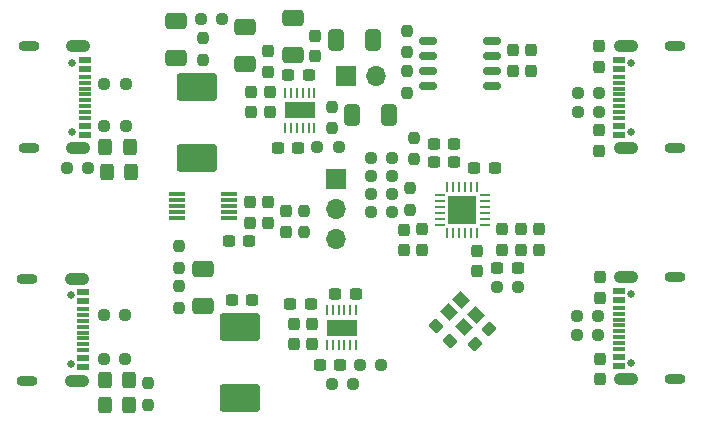
<source format=gbr>
%TF.GenerationSoftware,KiCad,Pcbnew,7.0.7*%
%TF.CreationDate,2023-09-25T17:24:45-05:00*%
%TF.ProjectId,KiVM,4b69564d-2e6b-4696-9361-645f70636258,rev?*%
%TF.SameCoordinates,Original*%
%TF.FileFunction,Soldermask,Top*%
%TF.FilePolarity,Negative*%
%FSLAX46Y46*%
G04 Gerber Fmt 4.6, Leading zero omitted, Abs format (unit mm)*
G04 Created by KiCad (PCBNEW 7.0.7) date 2023-09-25 17:24:45*
%MOMM*%
%LPD*%
G01*
G04 APERTURE LIST*
G04 Aperture macros list*
%AMRoundRect*
0 Rectangle with rounded corners*
0 $1 Rounding radius*
0 $2 $3 $4 $5 $6 $7 $8 $9 X,Y pos of 4 corners*
0 Add a 4 corners polygon primitive as box body*
4,1,4,$2,$3,$4,$5,$6,$7,$8,$9,$2,$3,0*
0 Add four circle primitives for the rounded corners*
1,1,$1+$1,$2,$3*
1,1,$1+$1,$4,$5*
1,1,$1+$1,$6,$7*
1,1,$1+$1,$8,$9*
0 Add four rect primitives between the rounded corners*
20,1,$1+$1,$2,$3,$4,$5,0*
20,1,$1+$1,$4,$5,$6,$7,0*
20,1,$1+$1,$6,$7,$8,$9,0*
20,1,$1+$1,$8,$9,$2,$3,0*%
%AMRotRect*
0 Rectangle, with rotation*
0 The origin of the aperture is its center*
0 $1 length*
0 $2 width*
0 $3 Rotation angle, in degrees counterclockwise*
0 Add horizontal line*
21,1,$1,$2,0,0,$3*%
G04 Aperture macros list end*
%ADD10RoundRect,0.237500X-0.237500X0.300000X-0.237500X-0.300000X0.237500X-0.300000X0.237500X0.300000X0*%
%ADD11RoundRect,0.150000X-0.625000X-0.150000X0.625000X-0.150000X0.625000X0.150000X-0.625000X0.150000X0*%
%ADD12RoundRect,0.150000X0.625000X0.150000X-0.625000X0.150000X-0.625000X-0.150000X0.625000X-0.150000X0*%
%ADD13RoundRect,0.237500X-0.250000X-0.237500X0.250000X-0.237500X0.250000X0.237500X-0.250000X0.237500X0*%
%ADD14RoundRect,0.237500X-0.237500X0.250000X-0.237500X-0.250000X0.237500X-0.250000X0.237500X0.250000X0*%
%ADD15C,0.650000*%
%ADD16R,1.140000X0.600000*%
%ADD17R,1.140000X0.300000*%
%ADD18O,2.100000X1.050000*%
%ADD19O,1.800000X0.900000*%
%ADD20RoundRect,0.237500X0.237500X-0.300000X0.237500X0.300000X-0.237500X0.300000X-0.237500X-0.300000X0*%
%ADD21RoundRect,0.250000X-0.412500X-0.650000X0.412500X-0.650000X0.412500X0.650000X-0.412500X0.650000X0*%
%ADD22RoundRect,0.250000X-0.325000X-0.450000X0.325000X-0.450000X0.325000X0.450000X-0.325000X0.450000X0*%
%ADD23RoundRect,0.237500X-0.300000X-0.237500X0.300000X-0.237500X0.300000X0.237500X-0.300000X0.237500X0*%
%ADD24RoundRect,0.250000X0.650000X-0.412500X0.650000X0.412500X-0.650000X0.412500X-0.650000X-0.412500X0*%
%ADD25RotRect,1.150000X1.000000X135.000000*%
%ADD26RoundRect,0.237500X0.237500X-0.250000X0.237500X0.250000X-0.237500X0.250000X-0.237500X-0.250000X0*%
%ADD27RoundRect,0.237500X0.300000X0.237500X-0.300000X0.237500X-0.300000X-0.237500X0.300000X-0.237500X0*%
%ADD28RoundRect,0.237500X-0.380070X0.044194X0.044194X-0.380070X0.380070X-0.044194X-0.044194X0.380070X0*%
%ADD29RoundRect,0.237500X0.250000X0.237500X-0.250000X0.237500X-0.250000X-0.237500X0.250000X-0.237500X0*%
%ADD30R,1.700000X1.700000*%
%ADD31O,1.700000X1.700000*%
%ADD32RoundRect,0.235000X1.465000X-0.940000X1.465000X0.940000X-1.465000X0.940000X-1.465000X-0.940000X0*%
%ADD33R,0.254000X0.914400*%
%ADD34R,2.590800X1.397000*%
%ADD35R,1.400000X0.300000*%
%ADD36RoundRect,0.250000X0.325000X0.450000X-0.325000X0.450000X-0.325000X-0.450000X0.325000X-0.450000X0*%
%ADD37R,0.812800X0.254000*%
%ADD38R,0.254000X0.812800*%
%ADD39R,2.489200X2.489200*%
%ADD40RoundRect,0.237500X0.044194X0.380070X-0.380070X-0.044194X-0.044194X-0.380070X0.380070X0.044194X0*%
G04 APERTURE END LIST*
D10*
%TO.C,C5*%
X154889200Y-117857100D03*
X154889200Y-119582100D03*
%TD*%
D11*
%TO.C,U3*%
X155394100Y-101879400D03*
X155394100Y-103149400D03*
X155394100Y-104419400D03*
X155394100Y-105689400D03*
X160794100Y-105689400D03*
X160794100Y-104419400D03*
D12*
X160794100Y-103149400D03*
D11*
X160794100Y-101879400D03*
%TD*%
D13*
%TO.C,R4*%
X127916300Y-125069600D03*
X129741300Y-125069600D03*
%TD*%
D14*
%TO.C,R1*%
X144881600Y-116283100D03*
X144881600Y-118108100D03*
%TD*%
D15*
%TO.C,P1*%
X125256000Y-103790000D03*
X125256000Y-109570000D03*
D16*
X126326000Y-103480000D03*
X126326000Y-104280000D03*
D17*
X126326000Y-105430000D03*
X126326000Y-106430000D03*
X126326000Y-106930000D03*
X126326000Y-107930000D03*
D16*
X126326000Y-109080000D03*
X126326000Y-109880000D03*
X126326000Y-109880000D03*
X126326000Y-109080000D03*
D17*
X126326000Y-108430000D03*
X126326000Y-107430000D03*
X126326000Y-105930000D03*
X126326000Y-104930000D03*
D16*
X126326000Y-104280000D03*
X126326000Y-103480000D03*
D18*
X125756000Y-102360000D03*
D19*
X121576000Y-102360000D03*
D18*
X125756000Y-111000000D03*
D19*
X121576000Y-111000000D03*
%TD*%
D10*
%TO.C,C40*%
X144018000Y-125832700D03*
X144018000Y-127557700D03*
%TD*%
%TO.C,C16*%
X164782500Y-117857100D03*
X164782500Y-119582100D03*
%TD*%
D13*
%TO.C,R6*%
X150524200Y-114858800D03*
X152349200Y-114858800D03*
%TD*%
D10*
%TO.C,C9*%
X161671000Y-117857100D03*
X161671000Y-119582100D03*
%TD*%
D13*
%TO.C,R20*%
X167946500Y-126796800D03*
X169771500Y-126796800D03*
%TD*%
D15*
%TO.C,P3*%
X172596000Y-129128000D03*
X172596000Y-123348000D03*
D16*
X171526000Y-129438000D03*
X171526000Y-128638000D03*
D17*
X171526000Y-127488000D03*
X171526000Y-126488000D03*
X171526000Y-125988000D03*
X171526000Y-124988000D03*
D16*
X171526000Y-123838000D03*
X171526000Y-123038000D03*
X171526000Y-123038000D03*
X171526000Y-123838000D03*
D17*
X171526000Y-124488000D03*
X171526000Y-125488000D03*
X171526000Y-126988000D03*
X171526000Y-127988000D03*
D16*
X171526000Y-128638000D03*
X171526000Y-129438000D03*
D18*
X172096000Y-130558000D03*
D19*
X176276000Y-130558000D03*
D18*
X172096000Y-121918000D03*
D19*
X176276000Y-121918000D03*
%TD*%
D20*
%TO.C,C37*%
X141833600Y-117296100D03*
X141833600Y-115571100D03*
%TD*%
D21*
%TO.C,C20*%
X148957900Y-108204000D03*
X152082900Y-108204000D03*
%TD*%
D13*
%TO.C,R18*%
X167946500Y-125222000D03*
X169771500Y-125222000D03*
%TD*%
D22*
%TO.C,D1*%
X128057800Y-110896400D03*
X130107800Y-110896400D03*
%TD*%
D14*
%TO.C,R22*%
X153568400Y-101041200D03*
X153568400Y-102866200D03*
%TD*%
D23*
%TO.C,C27*%
X147524300Y-123291600D03*
X149249300Y-123291600D03*
%TD*%
D24*
%TO.C,C13*%
X134010400Y-103314900D03*
X134010400Y-100189900D03*
%TD*%
D13*
%TO.C,R21*%
X168059900Y-107899200D03*
X169884900Y-107899200D03*
%TD*%
D20*
%TO.C,C2*%
X145846800Y-103174800D03*
X145846800Y-101449800D03*
%TD*%
D10*
%TO.C,C17*%
X164104800Y-102693300D03*
X164104800Y-104418300D03*
%TD*%
D15*
%TO.C,P4*%
X172596000Y-109570000D03*
X172596000Y-103790000D03*
D16*
X171526000Y-109880000D03*
X171526000Y-109080000D03*
D17*
X171526000Y-107930000D03*
X171526000Y-106930000D03*
X171526000Y-106430000D03*
X171526000Y-105430000D03*
D16*
X171526000Y-104280000D03*
X171526000Y-103480000D03*
X171526000Y-103480000D03*
X171526000Y-104280000D03*
D17*
X171526000Y-104930000D03*
X171526000Y-105930000D03*
X171526000Y-107430000D03*
X171526000Y-108430000D03*
D16*
X171526000Y-109080000D03*
X171526000Y-109880000D03*
D18*
X172096000Y-111000000D03*
D19*
X176276000Y-111000000D03*
D18*
X172096000Y-102360000D03*
D19*
X176276000Y-102360000D03*
%TD*%
D10*
%TO.C,C32*%
X169875200Y-109475100D03*
X169875200Y-111200100D03*
%TD*%
D25*
%TO.C,Y1*%
X159406493Y-125091744D03*
X158169056Y-123854307D03*
X157179107Y-124844256D03*
X158416544Y-126081693D03*
%TD*%
D24*
%TO.C,C22*%
X143916400Y-103060900D03*
X143916400Y-99935900D03*
%TD*%
D13*
%TO.C,R8*%
X150524200Y-113334800D03*
X152349200Y-113334800D03*
%TD*%
D22*
%TO.C,D4*%
X128007000Y-132689600D03*
X130057000Y-132689600D03*
%TD*%
D26*
%TO.C,R27*%
X134315200Y-121105300D03*
X134315200Y-119280300D03*
%TD*%
D27*
%TO.C,C38*%
X147928500Y-129336800D03*
X146203500Y-129336800D03*
%TD*%
D28*
%TO.C,C10*%
X156035176Y-126038427D03*
X157254936Y-127258187D03*
%TD*%
D23*
%TO.C,C7*%
X159297200Y-112674400D03*
X161022200Y-112674400D03*
%TD*%
D10*
%TO.C,C6*%
X159550100Y-119685900D03*
X159550100Y-121410900D03*
%TD*%
D23*
%TO.C,C35*%
X138532700Y-118872000D03*
X140257700Y-118872000D03*
%TD*%
D10*
%TO.C,C18*%
X162585400Y-102693300D03*
X162585400Y-104418300D03*
%TD*%
D27*
%TO.C,C24*%
X144372500Y-110947200D03*
X142647500Y-110947200D03*
%TD*%
D29*
%TO.C,R14*%
X147824200Y-110896400D03*
X145999200Y-110896400D03*
%TD*%
D15*
%TO.C,P2*%
X125132000Y-123444000D03*
X125132000Y-129224000D03*
D16*
X126202000Y-123134000D03*
X126202000Y-123934000D03*
D17*
X126202000Y-125084000D03*
X126202000Y-126084000D03*
X126202000Y-126584000D03*
X126202000Y-127584000D03*
D16*
X126202000Y-128734000D03*
X126202000Y-129534000D03*
X126202000Y-129534000D03*
X126202000Y-128734000D03*
D17*
X126202000Y-128084000D03*
X126202000Y-127084000D03*
X126202000Y-125584000D03*
X126202000Y-124584000D03*
D16*
X126202000Y-123934000D03*
X126202000Y-123134000D03*
D18*
X125632000Y-122014000D03*
D19*
X121452000Y-122014000D03*
D18*
X125632000Y-130654000D03*
D19*
X121452000Y-130654000D03*
%TD*%
D13*
%TO.C,R28*%
X147220300Y-130962400D03*
X149045300Y-130962400D03*
%TD*%
D21*
%TO.C,C21*%
X147586300Y-101854000D03*
X150711300Y-101854000D03*
%TD*%
D10*
%TO.C,C33*%
X169900400Y-128804500D03*
X169900400Y-130529500D03*
%TD*%
D26*
%TO.C,R26*%
X134315200Y-124508900D03*
X134315200Y-122683900D03*
%TD*%
D24*
%TO.C,C28*%
X139903200Y-103873700D03*
X139903200Y-100748700D03*
%TD*%
D13*
%TO.C,R19*%
X168059900Y-106324400D03*
X169884900Y-106324400D03*
%TD*%
D20*
%TO.C,C34*%
X169886800Y-104088100D03*
X169886800Y-102363100D03*
%TD*%
D13*
%TO.C,R2*%
X127967100Y-105562400D03*
X129792100Y-105562400D03*
%TD*%
D10*
%TO.C,C1*%
X143357600Y-116333100D03*
X143357600Y-118058100D03*
%TD*%
%TO.C,C41*%
X145542000Y-125832700D03*
X145542000Y-127557700D03*
%TD*%
D22*
%TO.C,D2*%
X128007000Y-130606800D03*
X130057000Y-130606800D03*
%TD*%
D27*
%TO.C,C15*%
X157580500Y-112115600D03*
X155855500Y-112115600D03*
%TD*%
D30*
%TO.C,SW1*%
X147574000Y-113588800D03*
D31*
X147574000Y-116128800D03*
X147574000Y-118668800D03*
%TD*%
D32*
%TO.C,L1*%
X135839200Y-111838600D03*
X135839200Y-105788600D03*
%TD*%
D24*
%TO.C,C42*%
X136347200Y-124295300D03*
X136347200Y-121170300D03*
%TD*%
D26*
%TO.C,R15*%
X147218400Y-109285000D03*
X147218400Y-107460000D03*
%TD*%
D27*
%TO.C,C26*%
X145439300Y-124206000D03*
X143714300Y-124206000D03*
%TD*%
D33*
%TO.C,U4*%
X143256000Y-109270800D03*
X143756126Y-109270800D03*
X144256252Y-109270800D03*
X144756378Y-109270800D03*
X145256504Y-109270800D03*
X145756630Y-109270800D03*
X145756630Y-106273600D03*
X145256504Y-106273600D03*
X144756378Y-106273600D03*
X144256252Y-106273600D03*
X143756126Y-106273600D03*
X143256000Y-106273600D03*
D34*
X144506315Y-107772200D03*
%TD*%
D29*
%TO.C,R5*%
X129741300Y-128828800D03*
X127916300Y-128828800D03*
%TD*%
D30*
%TO.C,J1*%
X148457600Y-104826200D03*
D31*
X150997600Y-104826200D03*
%TD*%
D26*
%TO.C,R23*%
X153568400Y-106271700D03*
X153568400Y-104446700D03*
%TD*%
D23*
%TO.C,C3*%
X143561900Y-104749600D03*
X145286900Y-104749600D03*
%TD*%
D20*
%TO.C,C31*%
X169925800Y-123646100D03*
X169925800Y-121921100D03*
%TD*%
D26*
%TO.C,R16*%
X136296400Y-103477700D03*
X136296400Y-101652700D03*
%TD*%
D29*
%TO.C,R10*%
X152349200Y-116382800D03*
X150524200Y-116382800D03*
%TD*%
D13*
%TO.C,R13*%
X149607900Y-129336800D03*
X151432900Y-129336800D03*
%TD*%
D23*
%TO.C,C39*%
X138786700Y-123850400D03*
X140511700Y-123850400D03*
%TD*%
D29*
%TO.C,R9*%
X163002600Y-122707400D03*
X161177600Y-122707400D03*
%TD*%
D10*
%TO.C,C14*%
X153327100Y-117907900D03*
X153327100Y-119632900D03*
%TD*%
%TO.C,C11*%
X163258500Y-117857100D03*
X163258500Y-119582100D03*
%TD*%
D33*
%TO.C,U5*%
X146800570Y-127660400D03*
X147300696Y-127660400D03*
X147800822Y-127660400D03*
X148300948Y-127660400D03*
X148801074Y-127660400D03*
X149301200Y-127660400D03*
X149301200Y-124663200D03*
X148801074Y-124663200D03*
X148300948Y-124663200D03*
X147800822Y-124663200D03*
X147300696Y-124663200D03*
X146800570Y-124663200D03*
D34*
X148050885Y-126161800D03*
%TD*%
D35*
%TO.C,U6*%
X138562800Y-116890800D03*
X138562800Y-116390800D03*
X138562800Y-115890800D03*
X138562800Y-115390800D03*
X138562800Y-114890800D03*
X134162800Y-114890800D03*
X134162800Y-115390800D03*
X134162800Y-115890800D03*
X134162800Y-116390800D03*
X134162800Y-116890800D03*
%TD*%
D29*
%TO.C,R12*%
X152349200Y-111810800D03*
X150524200Y-111810800D03*
%TD*%
D13*
%TO.C,R17*%
X136145900Y-100076000D03*
X137970900Y-100076000D03*
%TD*%
D36*
%TO.C,D5*%
X130209400Y-112979200D03*
X128159400Y-112979200D03*
%TD*%
D37*
%TO.C,U2*%
X160235900Y-117449600D03*
X160235900Y-116941600D03*
X160235900Y-116433600D03*
X160235900Y-115925600D03*
X160235900Y-115417600D03*
X160235900Y-114909600D03*
D38*
X159562800Y-114236500D03*
X159054800Y-114236500D03*
X158546800Y-114236500D03*
X158038800Y-114236500D03*
X157530800Y-114236500D03*
X157022800Y-114236500D03*
D37*
X156349700Y-114909600D03*
X156349700Y-115417600D03*
X156349700Y-115925600D03*
X156349700Y-116433600D03*
X156349700Y-116941600D03*
X156349700Y-117449600D03*
D38*
X157022800Y-118122700D03*
X157530800Y-118122700D03*
X158038800Y-118122700D03*
X158546800Y-118122700D03*
X159054800Y-118122700D03*
X159562800Y-118122700D03*
D39*
X158292800Y-116179600D03*
%TD*%
D26*
%TO.C,R24*%
X131673600Y-132687700D03*
X131673600Y-130862700D03*
%TD*%
%TO.C,R7*%
X153873200Y-116177700D03*
X153873200Y-114352700D03*
%TD*%
D29*
%TO.C,R25*%
X126591700Y-112623600D03*
X124766700Y-112623600D03*
%TD*%
D32*
%TO.C,L2*%
X139496800Y-132158600D03*
X139496800Y-126108600D03*
%TD*%
D20*
%TO.C,C36*%
X140309600Y-117296100D03*
X140309600Y-115571100D03*
%TD*%
D10*
%TO.C,C4*%
X140385800Y-106198500D03*
X140385800Y-107923500D03*
%TD*%
D29*
%TO.C,R3*%
X129792100Y-109118400D03*
X127967100Y-109118400D03*
%TD*%
D23*
%TO.C,C8*%
X161227600Y-121158000D03*
X162952600Y-121158000D03*
%TD*%
D20*
%TO.C,C23*%
X141833600Y-104510600D03*
X141833600Y-102785600D03*
%TD*%
D10*
%TO.C,C19*%
X141960600Y-106223900D03*
X141960600Y-107948900D03*
%TD*%
D27*
%TO.C,C12*%
X157580500Y-110591600D03*
X155855500Y-110591600D03*
%TD*%
D26*
%TO.C,R11*%
X154228800Y-111910500D03*
X154228800Y-110085500D03*
%TD*%
D40*
%TO.C,C25*%
X160556936Y-126292427D03*
X159337176Y-127512187D03*
%TD*%
M02*

</source>
